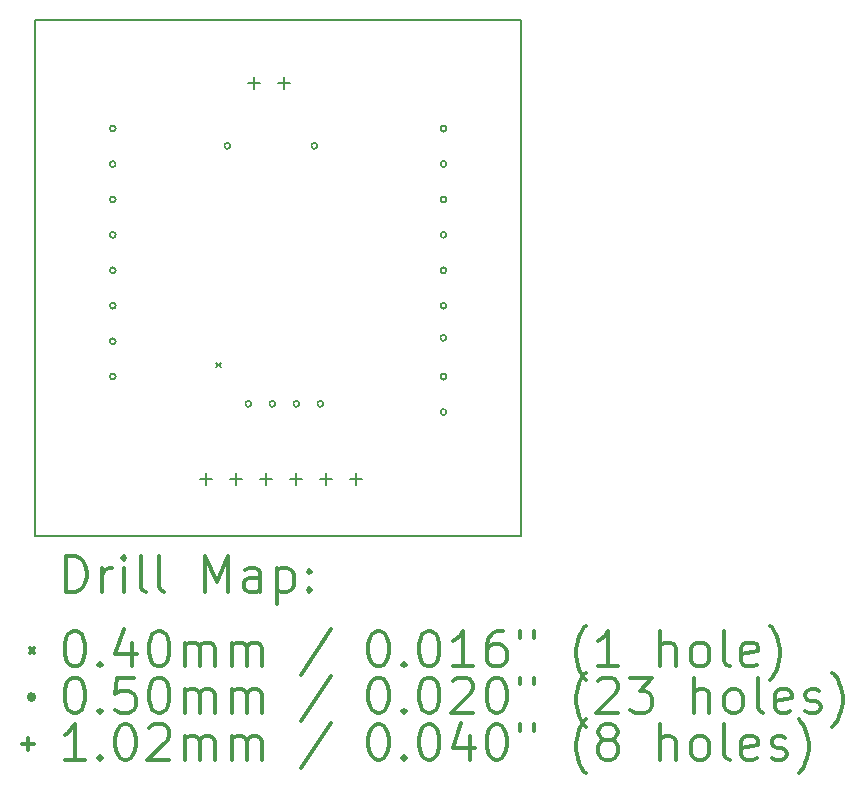
<source format=gbr>
%FSLAX45Y45*%
G04 Gerber Fmt 4.5, Leading zero omitted, Abs format (unit mm)*
G04 Created by KiCad (PCBNEW 4.0.2-stable) date Monday, July 11, 2016 'PMt' 12:19:43 PM*
%MOMM*%
G01*
G04 APERTURE LIST*
%ADD10C,0.127000*%
%ADD11C,0.150000*%
%ADD12C,0.200000*%
%ADD13C,0.300000*%
G04 APERTURE END LIST*
D10*
D11*
X25958800Y-12395200D02*
X25958800Y-8026400D01*
X21844000Y-8026400D02*
X21844000Y-12395200D01*
X21844000Y-12395200D02*
X25958800Y-12395200D01*
X21844000Y-8026400D02*
X25958800Y-8026400D01*
D12*
X23373400Y-10927400D02*
X23413400Y-10967400D01*
X23413400Y-10927400D02*
X23373400Y-10967400D01*
X22525000Y-8946000D02*
G75*
G03X22525000Y-8946000I-25000J0D01*
G01*
X22525000Y-9246000D02*
G75*
G03X22525000Y-9246000I-25000J0D01*
G01*
X22525000Y-9546000D02*
G75*
G03X22525000Y-9546000I-25000J0D01*
G01*
X22525000Y-9846000D02*
G75*
G03X22525000Y-9846000I-25000J0D01*
G01*
X22525000Y-10146000D02*
G75*
G03X22525000Y-10146000I-25000J0D01*
G01*
X22525000Y-10446000D02*
G75*
G03X22525000Y-10446000I-25000J0D01*
G01*
X22525000Y-10746000D02*
G75*
G03X22525000Y-10746000I-25000J0D01*
G01*
X22525000Y-11046000D02*
G75*
G03X22525000Y-11046000I-25000J0D01*
G01*
X23494600Y-9093200D02*
G75*
G03X23494600Y-9093200I-25000J0D01*
G01*
X23672400Y-11277600D02*
G75*
G03X23672400Y-11277600I-25000J0D01*
G01*
X23875600Y-11277600D02*
G75*
G03X23875600Y-11277600I-25000J0D01*
G01*
X24078800Y-11277600D02*
G75*
G03X24078800Y-11277600I-25000J0D01*
G01*
X24231200Y-9093200D02*
G75*
G03X24231200Y-9093200I-25000J0D01*
G01*
X24282000Y-11277600D02*
G75*
G03X24282000Y-11277600I-25000J0D01*
G01*
X25323400Y-10718800D02*
G75*
G03X25323400Y-10718800I-25000J0D01*
G01*
X25325000Y-8946000D02*
G75*
G03X25325000Y-8946000I-25000J0D01*
G01*
X25325000Y-9246000D02*
G75*
G03X25325000Y-9246000I-25000J0D01*
G01*
X25325000Y-9546000D02*
G75*
G03X25325000Y-9546000I-25000J0D01*
G01*
X25325000Y-9846000D02*
G75*
G03X25325000Y-9846000I-25000J0D01*
G01*
X25325000Y-10146000D02*
G75*
G03X25325000Y-10146000I-25000J0D01*
G01*
X25325000Y-10446000D02*
G75*
G03X25325000Y-10446000I-25000J0D01*
G01*
X25325000Y-11046000D02*
G75*
G03X25325000Y-11046000I-25000J0D01*
G01*
X25325000Y-11346000D02*
G75*
G03X25325000Y-11346000I-25000J0D01*
G01*
X23291800Y-11861800D02*
X23291800Y-11963400D01*
X23241000Y-11912600D02*
X23342600Y-11912600D01*
X23545800Y-11861800D02*
X23545800Y-11963400D01*
X23495000Y-11912600D02*
X23596600Y-11912600D01*
X23698200Y-8509000D02*
X23698200Y-8610600D01*
X23647400Y-8559800D02*
X23749000Y-8559800D01*
X23799800Y-11861800D02*
X23799800Y-11963400D01*
X23749000Y-11912600D02*
X23850600Y-11912600D01*
X23952200Y-8509000D02*
X23952200Y-8610600D01*
X23901400Y-8559800D02*
X24003000Y-8559800D01*
X24053800Y-11861800D02*
X24053800Y-11963400D01*
X24003000Y-11912600D02*
X24104600Y-11912600D01*
X24307800Y-11861800D02*
X24307800Y-11963400D01*
X24257000Y-11912600D02*
X24358600Y-11912600D01*
X24561800Y-11861800D02*
X24561800Y-11963400D01*
X24511000Y-11912600D02*
X24612600Y-11912600D01*
D13*
X22107929Y-12868414D02*
X22107929Y-12568414D01*
X22179357Y-12568414D01*
X22222214Y-12582700D01*
X22250786Y-12611271D01*
X22265071Y-12639843D01*
X22279357Y-12696986D01*
X22279357Y-12739843D01*
X22265071Y-12796986D01*
X22250786Y-12825557D01*
X22222214Y-12854129D01*
X22179357Y-12868414D01*
X22107929Y-12868414D01*
X22407928Y-12868414D02*
X22407928Y-12668414D01*
X22407928Y-12725557D02*
X22422214Y-12696986D01*
X22436500Y-12682700D01*
X22465071Y-12668414D01*
X22493643Y-12668414D01*
X22593643Y-12868414D02*
X22593643Y-12668414D01*
X22593643Y-12568414D02*
X22579357Y-12582700D01*
X22593643Y-12596986D01*
X22607928Y-12582700D01*
X22593643Y-12568414D01*
X22593643Y-12596986D01*
X22779357Y-12868414D02*
X22750786Y-12854129D01*
X22736500Y-12825557D01*
X22736500Y-12568414D01*
X22936500Y-12868414D02*
X22907928Y-12854129D01*
X22893643Y-12825557D01*
X22893643Y-12568414D01*
X23279357Y-12868414D02*
X23279357Y-12568414D01*
X23379357Y-12782700D01*
X23479357Y-12568414D01*
X23479357Y-12868414D01*
X23750786Y-12868414D02*
X23750786Y-12711271D01*
X23736500Y-12682700D01*
X23707928Y-12668414D01*
X23650786Y-12668414D01*
X23622214Y-12682700D01*
X23750786Y-12854129D02*
X23722214Y-12868414D01*
X23650786Y-12868414D01*
X23622214Y-12854129D01*
X23607928Y-12825557D01*
X23607928Y-12796986D01*
X23622214Y-12768414D01*
X23650786Y-12754129D01*
X23722214Y-12754129D01*
X23750786Y-12739843D01*
X23893643Y-12668414D02*
X23893643Y-12968414D01*
X23893643Y-12682700D02*
X23922214Y-12668414D01*
X23979357Y-12668414D01*
X24007928Y-12682700D01*
X24022214Y-12696986D01*
X24036500Y-12725557D01*
X24036500Y-12811271D01*
X24022214Y-12839843D01*
X24007928Y-12854129D01*
X23979357Y-12868414D01*
X23922214Y-12868414D01*
X23893643Y-12854129D01*
X24165071Y-12839843D02*
X24179357Y-12854129D01*
X24165071Y-12868414D01*
X24150786Y-12854129D01*
X24165071Y-12839843D01*
X24165071Y-12868414D01*
X24165071Y-12682700D02*
X24179357Y-12696986D01*
X24165071Y-12711271D01*
X24150786Y-12696986D01*
X24165071Y-12682700D01*
X24165071Y-12711271D01*
X21796500Y-13342700D02*
X21836500Y-13382700D01*
X21836500Y-13342700D02*
X21796500Y-13382700D01*
X22165071Y-13198414D02*
X22193643Y-13198414D01*
X22222214Y-13212700D01*
X22236500Y-13226986D01*
X22250786Y-13255557D01*
X22265071Y-13312700D01*
X22265071Y-13384129D01*
X22250786Y-13441271D01*
X22236500Y-13469843D01*
X22222214Y-13484129D01*
X22193643Y-13498414D01*
X22165071Y-13498414D01*
X22136500Y-13484129D01*
X22122214Y-13469843D01*
X22107929Y-13441271D01*
X22093643Y-13384129D01*
X22093643Y-13312700D01*
X22107929Y-13255557D01*
X22122214Y-13226986D01*
X22136500Y-13212700D01*
X22165071Y-13198414D01*
X22393643Y-13469843D02*
X22407928Y-13484129D01*
X22393643Y-13498414D01*
X22379357Y-13484129D01*
X22393643Y-13469843D01*
X22393643Y-13498414D01*
X22665071Y-13298414D02*
X22665071Y-13498414D01*
X22593643Y-13184129D02*
X22522214Y-13398414D01*
X22707928Y-13398414D01*
X22879357Y-13198414D02*
X22907928Y-13198414D01*
X22936500Y-13212700D01*
X22950786Y-13226986D01*
X22965071Y-13255557D01*
X22979357Y-13312700D01*
X22979357Y-13384129D01*
X22965071Y-13441271D01*
X22950786Y-13469843D01*
X22936500Y-13484129D01*
X22907928Y-13498414D01*
X22879357Y-13498414D01*
X22850786Y-13484129D01*
X22836500Y-13469843D01*
X22822214Y-13441271D01*
X22807928Y-13384129D01*
X22807928Y-13312700D01*
X22822214Y-13255557D01*
X22836500Y-13226986D01*
X22850786Y-13212700D01*
X22879357Y-13198414D01*
X23107928Y-13498414D02*
X23107928Y-13298414D01*
X23107928Y-13326986D02*
X23122214Y-13312700D01*
X23150786Y-13298414D01*
X23193643Y-13298414D01*
X23222214Y-13312700D01*
X23236500Y-13341271D01*
X23236500Y-13498414D01*
X23236500Y-13341271D02*
X23250786Y-13312700D01*
X23279357Y-13298414D01*
X23322214Y-13298414D01*
X23350786Y-13312700D01*
X23365071Y-13341271D01*
X23365071Y-13498414D01*
X23507928Y-13498414D02*
X23507928Y-13298414D01*
X23507928Y-13326986D02*
X23522214Y-13312700D01*
X23550786Y-13298414D01*
X23593643Y-13298414D01*
X23622214Y-13312700D01*
X23636500Y-13341271D01*
X23636500Y-13498414D01*
X23636500Y-13341271D02*
X23650786Y-13312700D01*
X23679357Y-13298414D01*
X23722214Y-13298414D01*
X23750786Y-13312700D01*
X23765071Y-13341271D01*
X23765071Y-13498414D01*
X24350786Y-13184129D02*
X24093643Y-13569843D01*
X24736500Y-13198414D02*
X24765071Y-13198414D01*
X24793643Y-13212700D01*
X24807928Y-13226986D01*
X24822214Y-13255557D01*
X24836500Y-13312700D01*
X24836500Y-13384129D01*
X24822214Y-13441271D01*
X24807928Y-13469843D01*
X24793643Y-13484129D01*
X24765071Y-13498414D01*
X24736500Y-13498414D01*
X24707928Y-13484129D01*
X24693643Y-13469843D01*
X24679357Y-13441271D01*
X24665071Y-13384129D01*
X24665071Y-13312700D01*
X24679357Y-13255557D01*
X24693643Y-13226986D01*
X24707928Y-13212700D01*
X24736500Y-13198414D01*
X24965071Y-13469843D02*
X24979357Y-13484129D01*
X24965071Y-13498414D01*
X24950786Y-13484129D01*
X24965071Y-13469843D01*
X24965071Y-13498414D01*
X25165071Y-13198414D02*
X25193643Y-13198414D01*
X25222214Y-13212700D01*
X25236500Y-13226986D01*
X25250785Y-13255557D01*
X25265071Y-13312700D01*
X25265071Y-13384129D01*
X25250785Y-13441271D01*
X25236500Y-13469843D01*
X25222214Y-13484129D01*
X25193643Y-13498414D01*
X25165071Y-13498414D01*
X25136500Y-13484129D01*
X25122214Y-13469843D01*
X25107928Y-13441271D01*
X25093643Y-13384129D01*
X25093643Y-13312700D01*
X25107928Y-13255557D01*
X25122214Y-13226986D01*
X25136500Y-13212700D01*
X25165071Y-13198414D01*
X25550785Y-13498414D02*
X25379357Y-13498414D01*
X25465071Y-13498414D02*
X25465071Y-13198414D01*
X25436500Y-13241271D01*
X25407928Y-13269843D01*
X25379357Y-13284129D01*
X25807928Y-13198414D02*
X25750785Y-13198414D01*
X25722214Y-13212700D01*
X25707928Y-13226986D01*
X25679357Y-13269843D01*
X25665071Y-13326986D01*
X25665071Y-13441271D01*
X25679357Y-13469843D01*
X25693643Y-13484129D01*
X25722214Y-13498414D01*
X25779357Y-13498414D01*
X25807928Y-13484129D01*
X25822214Y-13469843D01*
X25836500Y-13441271D01*
X25836500Y-13369843D01*
X25822214Y-13341271D01*
X25807928Y-13326986D01*
X25779357Y-13312700D01*
X25722214Y-13312700D01*
X25693643Y-13326986D01*
X25679357Y-13341271D01*
X25665071Y-13369843D01*
X25950786Y-13198414D02*
X25950786Y-13255557D01*
X26065071Y-13198414D02*
X26065071Y-13255557D01*
X26507928Y-13612700D02*
X26493643Y-13598414D01*
X26465071Y-13555557D01*
X26450785Y-13526986D01*
X26436500Y-13484129D01*
X26422214Y-13412700D01*
X26422214Y-13355557D01*
X26436500Y-13284129D01*
X26450785Y-13241271D01*
X26465071Y-13212700D01*
X26493643Y-13169843D01*
X26507928Y-13155557D01*
X26779357Y-13498414D02*
X26607928Y-13498414D01*
X26693643Y-13498414D02*
X26693643Y-13198414D01*
X26665071Y-13241271D01*
X26636500Y-13269843D01*
X26607928Y-13284129D01*
X27136500Y-13498414D02*
X27136500Y-13198414D01*
X27265071Y-13498414D02*
X27265071Y-13341271D01*
X27250785Y-13312700D01*
X27222214Y-13298414D01*
X27179357Y-13298414D01*
X27150785Y-13312700D01*
X27136500Y-13326986D01*
X27450785Y-13498414D02*
X27422214Y-13484129D01*
X27407928Y-13469843D01*
X27393643Y-13441271D01*
X27393643Y-13355557D01*
X27407928Y-13326986D01*
X27422214Y-13312700D01*
X27450785Y-13298414D01*
X27493643Y-13298414D01*
X27522214Y-13312700D01*
X27536500Y-13326986D01*
X27550785Y-13355557D01*
X27550785Y-13441271D01*
X27536500Y-13469843D01*
X27522214Y-13484129D01*
X27493643Y-13498414D01*
X27450785Y-13498414D01*
X27722214Y-13498414D02*
X27693643Y-13484129D01*
X27679357Y-13455557D01*
X27679357Y-13198414D01*
X27950786Y-13484129D02*
X27922214Y-13498414D01*
X27865071Y-13498414D01*
X27836500Y-13484129D01*
X27822214Y-13455557D01*
X27822214Y-13341271D01*
X27836500Y-13312700D01*
X27865071Y-13298414D01*
X27922214Y-13298414D01*
X27950786Y-13312700D01*
X27965071Y-13341271D01*
X27965071Y-13369843D01*
X27822214Y-13398414D01*
X28065071Y-13612700D02*
X28079357Y-13598414D01*
X28107928Y-13555557D01*
X28122214Y-13526986D01*
X28136500Y-13484129D01*
X28150786Y-13412700D01*
X28150786Y-13355557D01*
X28136500Y-13284129D01*
X28122214Y-13241271D01*
X28107928Y-13212700D01*
X28079357Y-13169843D01*
X28065071Y-13155557D01*
X21836500Y-13758700D02*
G75*
G03X21836500Y-13758700I-25000J0D01*
G01*
X22165071Y-13594414D02*
X22193643Y-13594414D01*
X22222214Y-13608700D01*
X22236500Y-13622986D01*
X22250786Y-13651557D01*
X22265071Y-13708700D01*
X22265071Y-13780129D01*
X22250786Y-13837271D01*
X22236500Y-13865843D01*
X22222214Y-13880129D01*
X22193643Y-13894414D01*
X22165071Y-13894414D01*
X22136500Y-13880129D01*
X22122214Y-13865843D01*
X22107929Y-13837271D01*
X22093643Y-13780129D01*
X22093643Y-13708700D01*
X22107929Y-13651557D01*
X22122214Y-13622986D01*
X22136500Y-13608700D01*
X22165071Y-13594414D01*
X22393643Y-13865843D02*
X22407928Y-13880129D01*
X22393643Y-13894414D01*
X22379357Y-13880129D01*
X22393643Y-13865843D01*
X22393643Y-13894414D01*
X22679357Y-13594414D02*
X22536500Y-13594414D01*
X22522214Y-13737271D01*
X22536500Y-13722986D01*
X22565071Y-13708700D01*
X22636500Y-13708700D01*
X22665071Y-13722986D01*
X22679357Y-13737271D01*
X22693643Y-13765843D01*
X22693643Y-13837271D01*
X22679357Y-13865843D01*
X22665071Y-13880129D01*
X22636500Y-13894414D01*
X22565071Y-13894414D01*
X22536500Y-13880129D01*
X22522214Y-13865843D01*
X22879357Y-13594414D02*
X22907928Y-13594414D01*
X22936500Y-13608700D01*
X22950786Y-13622986D01*
X22965071Y-13651557D01*
X22979357Y-13708700D01*
X22979357Y-13780129D01*
X22965071Y-13837271D01*
X22950786Y-13865843D01*
X22936500Y-13880129D01*
X22907928Y-13894414D01*
X22879357Y-13894414D01*
X22850786Y-13880129D01*
X22836500Y-13865843D01*
X22822214Y-13837271D01*
X22807928Y-13780129D01*
X22807928Y-13708700D01*
X22822214Y-13651557D01*
X22836500Y-13622986D01*
X22850786Y-13608700D01*
X22879357Y-13594414D01*
X23107928Y-13894414D02*
X23107928Y-13694414D01*
X23107928Y-13722986D02*
X23122214Y-13708700D01*
X23150786Y-13694414D01*
X23193643Y-13694414D01*
X23222214Y-13708700D01*
X23236500Y-13737271D01*
X23236500Y-13894414D01*
X23236500Y-13737271D02*
X23250786Y-13708700D01*
X23279357Y-13694414D01*
X23322214Y-13694414D01*
X23350786Y-13708700D01*
X23365071Y-13737271D01*
X23365071Y-13894414D01*
X23507928Y-13894414D02*
X23507928Y-13694414D01*
X23507928Y-13722986D02*
X23522214Y-13708700D01*
X23550786Y-13694414D01*
X23593643Y-13694414D01*
X23622214Y-13708700D01*
X23636500Y-13737271D01*
X23636500Y-13894414D01*
X23636500Y-13737271D02*
X23650786Y-13708700D01*
X23679357Y-13694414D01*
X23722214Y-13694414D01*
X23750786Y-13708700D01*
X23765071Y-13737271D01*
X23765071Y-13894414D01*
X24350786Y-13580129D02*
X24093643Y-13965843D01*
X24736500Y-13594414D02*
X24765071Y-13594414D01*
X24793643Y-13608700D01*
X24807928Y-13622986D01*
X24822214Y-13651557D01*
X24836500Y-13708700D01*
X24836500Y-13780129D01*
X24822214Y-13837271D01*
X24807928Y-13865843D01*
X24793643Y-13880129D01*
X24765071Y-13894414D01*
X24736500Y-13894414D01*
X24707928Y-13880129D01*
X24693643Y-13865843D01*
X24679357Y-13837271D01*
X24665071Y-13780129D01*
X24665071Y-13708700D01*
X24679357Y-13651557D01*
X24693643Y-13622986D01*
X24707928Y-13608700D01*
X24736500Y-13594414D01*
X24965071Y-13865843D02*
X24979357Y-13880129D01*
X24965071Y-13894414D01*
X24950786Y-13880129D01*
X24965071Y-13865843D01*
X24965071Y-13894414D01*
X25165071Y-13594414D02*
X25193643Y-13594414D01*
X25222214Y-13608700D01*
X25236500Y-13622986D01*
X25250785Y-13651557D01*
X25265071Y-13708700D01*
X25265071Y-13780129D01*
X25250785Y-13837271D01*
X25236500Y-13865843D01*
X25222214Y-13880129D01*
X25193643Y-13894414D01*
X25165071Y-13894414D01*
X25136500Y-13880129D01*
X25122214Y-13865843D01*
X25107928Y-13837271D01*
X25093643Y-13780129D01*
X25093643Y-13708700D01*
X25107928Y-13651557D01*
X25122214Y-13622986D01*
X25136500Y-13608700D01*
X25165071Y-13594414D01*
X25379357Y-13622986D02*
X25393643Y-13608700D01*
X25422214Y-13594414D01*
X25493643Y-13594414D01*
X25522214Y-13608700D01*
X25536500Y-13622986D01*
X25550785Y-13651557D01*
X25550785Y-13680129D01*
X25536500Y-13722986D01*
X25365071Y-13894414D01*
X25550785Y-13894414D01*
X25736500Y-13594414D02*
X25765071Y-13594414D01*
X25793643Y-13608700D01*
X25807928Y-13622986D01*
X25822214Y-13651557D01*
X25836500Y-13708700D01*
X25836500Y-13780129D01*
X25822214Y-13837271D01*
X25807928Y-13865843D01*
X25793643Y-13880129D01*
X25765071Y-13894414D01*
X25736500Y-13894414D01*
X25707928Y-13880129D01*
X25693643Y-13865843D01*
X25679357Y-13837271D01*
X25665071Y-13780129D01*
X25665071Y-13708700D01*
X25679357Y-13651557D01*
X25693643Y-13622986D01*
X25707928Y-13608700D01*
X25736500Y-13594414D01*
X25950786Y-13594414D02*
X25950786Y-13651557D01*
X26065071Y-13594414D02*
X26065071Y-13651557D01*
X26507928Y-14008700D02*
X26493643Y-13994414D01*
X26465071Y-13951557D01*
X26450785Y-13922986D01*
X26436500Y-13880129D01*
X26422214Y-13808700D01*
X26422214Y-13751557D01*
X26436500Y-13680129D01*
X26450785Y-13637271D01*
X26465071Y-13608700D01*
X26493643Y-13565843D01*
X26507928Y-13551557D01*
X26607928Y-13622986D02*
X26622214Y-13608700D01*
X26650785Y-13594414D01*
X26722214Y-13594414D01*
X26750785Y-13608700D01*
X26765071Y-13622986D01*
X26779357Y-13651557D01*
X26779357Y-13680129D01*
X26765071Y-13722986D01*
X26593643Y-13894414D01*
X26779357Y-13894414D01*
X26879357Y-13594414D02*
X27065071Y-13594414D01*
X26965071Y-13708700D01*
X27007928Y-13708700D01*
X27036500Y-13722986D01*
X27050785Y-13737271D01*
X27065071Y-13765843D01*
X27065071Y-13837271D01*
X27050785Y-13865843D01*
X27036500Y-13880129D01*
X27007928Y-13894414D01*
X26922214Y-13894414D01*
X26893643Y-13880129D01*
X26879357Y-13865843D01*
X27422214Y-13894414D02*
X27422214Y-13594414D01*
X27550785Y-13894414D02*
X27550785Y-13737271D01*
X27536500Y-13708700D01*
X27507928Y-13694414D01*
X27465071Y-13694414D01*
X27436500Y-13708700D01*
X27422214Y-13722986D01*
X27736500Y-13894414D02*
X27707928Y-13880129D01*
X27693643Y-13865843D01*
X27679357Y-13837271D01*
X27679357Y-13751557D01*
X27693643Y-13722986D01*
X27707928Y-13708700D01*
X27736500Y-13694414D01*
X27779357Y-13694414D01*
X27807928Y-13708700D01*
X27822214Y-13722986D01*
X27836500Y-13751557D01*
X27836500Y-13837271D01*
X27822214Y-13865843D01*
X27807928Y-13880129D01*
X27779357Y-13894414D01*
X27736500Y-13894414D01*
X28007928Y-13894414D02*
X27979357Y-13880129D01*
X27965071Y-13851557D01*
X27965071Y-13594414D01*
X28236500Y-13880129D02*
X28207928Y-13894414D01*
X28150786Y-13894414D01*
X28122214Y-13880129D01*
X28107928Y-13851557D01*
X28107928Y-13737271D01*
X28122214Y-13708700D01*
X28150786Y-13694414D01*
X28207928Y-13694414D01*
X28236500Y-13708700D01*
X28250786Y-13737271D01*
X28250786Y-13765843D01*
X28107928Y-13794414D01*
X28365071Y-13880129D02*
X28393643Y-13894414D01*
X28450786Y-13894414D01*
X28479357Y-13880129D01*
X28493643Y-13851557D01*
X28493643Y-13837271D01*
X28479357Y-13808700D01*
X28450786Y-13794414D01*
X28407928Y-13794414D01*
X28379357Y-13780129D01*
X28365071Y-13751557D01*
X28365071Y-13737271D01*
X28379357Y-13708700D01*
X28407928Y-13694414D01*
X28450786Y-13694414D01*
X28479357Y-13708700D01*
X28593643Y-14008700D02*
X28607928Y-13994414D01*
X28636500Y-13951557D01*
X28650786Y-13922986D01*
X28665071Y-13880129D01*
X28679357Y-13808700D01*
X28679357Y-13751557D01*
X28665071Y-13680129D01*
X28650786Y-13637271D01*
X28636500Y-13608700D01*
X28607928Y-13565843D01*
X28593643Y-13551557D01*
X21785700Y-14103900D02*
X21785700Y-14205500D01*
X21734900Y-14154700D02*
X21836500Y-14154700D01*
X22265071Y-14290414D02*
X22093643Y-14290414D01*
X22179357Y-14290414D02*
X22179357Y-13990414D01*
X22150786Y-14033271D01*
X22122214Y-14061843D01*
X22093643Y-14076129D01*
X22393643Y-14261843D02*
X22407928Y-14276129D01*
X22393643Y-14290414D01*
X22379357Y-14276129D01*
X22393643Y-14261843D01*
X22393643Y-14290414D01*
X22593643Y-13990414D02*
X22622214Y-13990414D01*
X22650786Y-14004700D01*
X22665071Y-14018986D01*
X22679357Y-14047557D01*
X22693643Y-14104700D01*
X22693643Y-14176129D01*
X22679357Y-14233271D01*
X22665071Y-14261843D01*
X22650786Y-14276129D01*
X22622214Y-14290414D01*
X22593643Y-14290414D01*
X22565071Y-14276129D01*
X22550786Y-14261843D01*
X22536500Y-14233271D01*
X22522214Y-14176129D01*
X22522214Y-14104700D01*
X22536500Y-14047557D01*
X22550786Y-14018986D01*
X22565071Y-14004700D01*
X22593643Y-13990414D01*
X22807928Y-14018986D02*
X22822214Y-14004700D01*
X22850786Y-13990414D01*
X22922214Y-13990414D01*
X22950786Y-14004700D01*
X22965071Y-14018986D01*
X22979357Y-14047557D01*
X22979357Y-14076129D01*
X22965071Y-14118986D01*
X22793643Y-14290414D01*
X22979357Y-14290414D01*
X23107928Y-14290414D02*
X23107928Y-14090414D01*
X23107928Y-14118986D02*
X23122214Y-14104700D01*
X23150786Y-14090414D01*
X23193643Y-14090414D01*
X23222214Y-14104700D01*
X23236500Y-14133271D01*
X23236500Y-14290414D01*
X23236500Y-14133271D02*
X23250786Y-14104700D01*
X23279357Y-14090414D01*
X23322214Y-14090414D01*
X23350786Y-14104700D01*
X23365071Y-14133271D01*
X23365071Y-14290414D01*
X23507928Y-14290414D02*
X23507928Y-14090414D01*
X23507928Y-14118986D02*
X23522214Y-14104700D01*
X23550786Y-14090414D01*
X23593643Y-14090414D01*
X23622214Y-14104700D01*
X23636500Y-14133271D01*
X23636500Y-14290414D01*
X23636500Y-14133271D02*
X23650786Y-14104700D01*
X23679357Y-14090414D01*
X23722214Y-14090414D01*
X23750786Y-14104700D01*
X23765071Y-14133271D01*
X23765071Y-14290414D01*
X24350786Y-13976129D02*
X24093643Y-14361843D01*
X24736500Y-13990414D02*
X24765071Y-13990414D01*
X24793643Y-14004700D01*
X24807928Y-14018986D01*
X24822214Y-14047557D01*
X24836500Y-14104700D01*
X24836500Y-14176129D01*
X24822214Y-14233271D01*
X24807928Y-14261843D01*
X24793643Y-14276129D01*
X24765071Y-14290414D01*
X24736500Y-14290414D01*
X24707928Y-14276129D01*
X24693643Y-14261843D01*
X24679357Y-14233271D01*
X24665071Y-14176129D01*
X24665071Y-14104700D01*
X24679357Y-14047557D01*
X24693643Y-14018986D01*
X24707928Y-14004700D01*
X24736500Y-13990414D01*
X24965071Y-14261843D02*
X24979357Y-14276129D01*
X24965071Y-14290414D01*
X24950786Y-14276129D01*
X24965071Y-14261843D01*
X24965071Y-14290414D01*
X25165071Y-13990414D02*
X25193643Y-13990414D01*
X25222214Y-14004700D01*
X25236500Y-14018986D01*
X25250785Y-14047557D01*
X25265071Y-14104700D01*
X25265071Y-14176129D01*
X25250785Y-14233271D01*
X25236500Y-14261843D01*
X25222214Y-14276129D01*
X25193643Y-14290414D01*
X25165071Y-14290414D01*
X25136500Y-14276129D01*
X25122214Y-14261843D01*
X25107928Y-14233271D01*
X25093643Y-14176129D01*
X25093643Y-14104700D01*
X25107928Y-14047557D01*
X25122214Y-14018986D01*
X25136500Y-14004700D01*
X25165071Y-13990414D01*
X25522214Y-14090414D02*
X25522214Y-14290414D01*
X25450785Y-13976129D02*
X25379357Y-14190414D01*
X25565071Y-14190414D01*
X25736500Y-13990414D02*
X25765071Y-13990414D01*
X25793643Y-14004700D01*
X25807928Y-14018986D01*
X25822214Y-14047557D01*
X25836500Y-14104700D01*
X25836500Y-14176129D01*
X25822214Y-14233271D01*
X25807928Y-14261843D01*
X25793643Y-14276129D01*
X25765071Y-14290414D01*
X25736500Y-14290414D01*
X25707928Y-14276129D01*
X25693643Y-14261843D01*
X25679357Y-14233271D01*
X25665071Y-14176129D01*
X25665071Y-14104700D01*
X25679357Y-14047557D01*
X25693643Y-14018986D01*
X25707928Y-14004700D01*
X25736500Y-13990414D01*
X25950786Y-13990414D02*
X25950786Y-14047557D01*
X26065071Y-13990414D02*
X26065071Y-14047557D01*
X26507928Y-14404700D02*
X26493643Y-14390414D01*
X26465071Y-14347557D01*
X26450785Y-14318986D01*
X26436500Y-14276129D01*
X26422214Y-14204700D01*
X26422214Y-14147557D01*
X26436500Y-14076129D01*
X26450785Y-14033271D01*
X26465071Y-14004700D01*
X26493643Y-13961843D01*
X26507928Y-13947557D01*
X26665071Y-14118986D02*
X26636500Y-14104700D01*
X26622214Y-14090414D01*
X26607928Y-14061843D01*
X26607928Y-14047557D01*
X26622214Y-14018986D01*
X26636500Y-14004700D01*
X26665071Y-13990414D01*
X26722214Y-13990414D01*
X26750785Y-14004700D01*
X26765071Y-14018986D01*
X26779357Y-14047557D01*
X26779357Y-14061843D01*
X26765071Y-14090414D01*
X26750785Y-14104700D01*
X26722214Y-14118986D01*
X26665071Y-14118986D01*
X26636500Y-14133271D01*
X26622214Y-14147557D01*
X26607928Y-14176129D01*
X26607928Y-14233271D01*
X26622214Y-14261843D01*
X26636500Y-14276129D01*
X26665071Y-14290414D01*
X26722214Y-14290414D01*
X26750785Y-14276129D01*
X26765071Y-14261843D01*
X26779357Y-14233271D01*
X26779357Y-14176129D01*
X26765071Y-14147557D01*
X26750785Y-14133271D01*
X26722214Y-14118986D01*
X27136500Y-14290414D02*
X27136500Y-13990414D01*
X27265071Y-14290414D02*
X27265071Y-14133271D01*
X27250785Y-14104700D01*
X27222214Y-14090414D01*
X27179357Y-14090414D01*
X27150785Y-14104700D01*
X27136500Y-14118986D01*
X27450785Y-14290414D02*
X27422214Y-14276129D01*
X27407928Y-14261843D01*
X27393643Y-14233271D01*
X27393643Y-14147557D01*
X27407928Y-14118986D01*
X27422214Y-14104700D01*
X27450785Y-14090414D01*
X27493643Y-14090414D01*
X27522214Y-14104700D01*
X27536500Y-14118986D01*
X27550785Y-14147557D01*
X27550785Y-14233271D01*
X27536500Y-14261843D01*
X27522214Y-14276129D01*
X27493643Y-14290414D01*
X27450785Y-14290414D01*
X27722214Y-14290414D02*
X27693643Y-14276129D01*
X27679357Y-14247557D01*
X27679357Y-13990414D01*
X27950786Y-14276129D02*
X27922214Y-14290414D01*
X27865071Y-14290414D01*
X27836500Y-14276129D01*
X27822214Y-14247557D01*
X27822214Y-14133271D01*
X27836500Y-14104700D01*
X27865071Y-14090414D01*
X27922214Y-14090414D01*
X27950786Y-14104700D01*
X27965071Y-14133271D01*
X27965071Y-14161843D01*
X27822214Y-14190414D01*
X28079357Y-14276129D02*
X28107928Y-14290414D01*
X28165071Y-14290414D01*
X28193643Y-14276129D01*
X28207928Y-14247557D01*
X28207928Y-14233271D01*
X28193643Y-14204700D01*
X28165071Y-14190414D01*
X28122214Y-14190414D01*
X28093643Y-14176129D01*
X28079357Y-14147557D01*
X28079357Y-14133271D01*
X28093643Y-14104700D01*
X28122214Y-14090414D01*
X28165071Y-14090414D01*
X28193643Y-14104700D01*
X28307928Y-14404700D02*
X28322214Y-14390414D01*
X28350786Y-14347557D01*
X28365071Y-14318986D01*
X28379357Y-14276129D01*
X28393643Y-14204700D01*
X28393643Y-14147557D01*
X28379357Y-14076129D01*
X28365071Y-14033271D01*
X28350786Y-14004700D01*
X28322214Y-13961843D01*
X28307928Y-13947557D01*
M02*

</source>
